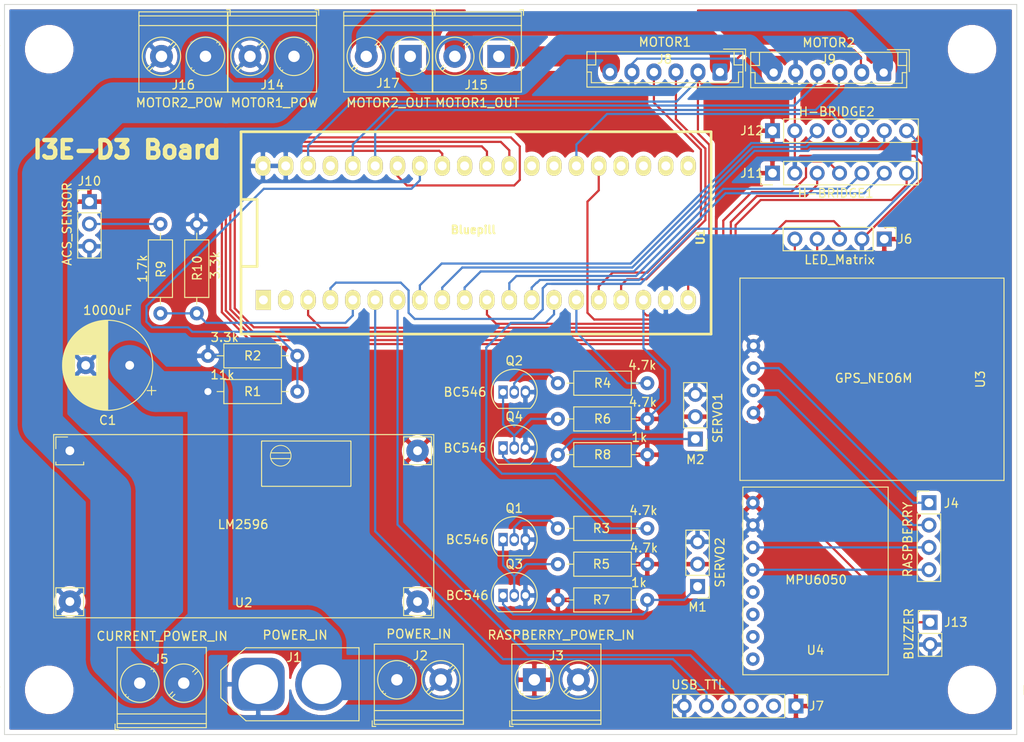
<source format=kicad_pcb>
(kicad_pcb (version 20171130) (host pcbnew 5.1.9-73d0e3b20d~88~ubuntu20.04.1)
  (layers (0 F.Cu signal hide) (31 B.Cu signal) (34 B.Paste user) (35 F.Paste user) (36 B.SilkS user) (37 F.SilkS user) (38 B.Mask user) (39 F.Mask user) (44 Edge.Cuts user))
  (net 0 "")
  (net 1 +12V)
  (net 2 GND)
  (net 3 +5V)
  (net 4 /TX_GPS)
  (net 5 /RX_GPS)
  (net 6 /SCL)
  (net 7 /SDA)
  (net 8 /DOUT_LED)
  (net 9 /CS_LED)
  (net 10 /CLK_LED)
  (net 11 /RX_SERIAL)
  (net 12 /TX_SERIAL)
  (net 13 /MOTOR1_M2)
  (net 14 +3V3)
  (net 15 /ENCODER1_B)
  (net 16 /ENCODER1_A)
  (net 17 /MOTOR1_M1)
  (net 18 /MOTOR2_M1)
  (net 19 /ENCODER2_A)
  (net 20 /ENCODER2_B)
  (net 21 /MOTOR2_M2)
  (net 22 /MOTOR1_PWM)
  (net 23 /MOTOR1_INB)
  (net 24 /MOTOR1_INA)
  (net 25 /MOTOR1_CS)
  (net 26 /MOTOR1_EN)
  (net 27 /MOTOR2_EN)
  (net 28 /MOTOR2_CS)
  (net 29 /MOTOR2_INA)
  (net 30 /MOTOR2_INB)
  (net 31 /MOTOR2_PWM)
  (net 32 /BUZZER)
  (net 33 "Net-(M1-Pad1)")
  (net 34 "Net-(M2-Pad1)")
  (net 35 "Net-(Q1-Pad1)")
  (net 36 "Net-(Q1-Pad2)")
  (net 37 "Net-(Q2-Pad2)")
  (net 38 "Net-(Q2-Pad1)")
  (net 39 /AVS)
  (net 40 /SERVO1)
  (net 41 /SERVO2)
  (net 42 /ACS)
  (net 43 "Net-(J10-Pad2)")
  (net 44 "Net-(C1-Pad1)")
  (net 45 "Net-(J7-Pad3)")
  (net 46 "Net-(J7-Pad2)")
  (net 47 "Net-(U1-Pad37)")
  (net 48 "Net-(U1-Pad31)")
  (net 49 "Net-(U1-Pad28)")
  (net 50 "Net-(U1-Pad27)")
  (net 51 "Net-(U1-Pad24)")
  (net 52 "Net-(U1-Pad23)")
  (net 53 "Net-(U1-Pad22)")
  (net 54 "Net-(U1-Pad21)")
  (net 55 "Net-(U1-Pad2)")
  (net 56 "Net-(U1-Pad1)")
  (net 57 "Net-(U4-Pad8)")
  (net 58 "Net-(U4-Pad7)")
  (net 59 "Net-(U4-Pad6)")
  (net 60 "Net-(U4-Pad5)")
  (module MountingHole:MountingHole_4.5mm_Pad (layer F.Cu) (at 109.92 5.08)
    (fp_text reference REF** (at 8.604 0) (layer F.SilkS))
    (fp_text value MountingHole_4.5mm_Pad)
    (pad "" np_thru_hole circle (at 0 0) (size 4.5 4.5) (drill 4.5) (layers *.Cu *.Mask))
  )
  (module MountingHole:MountingHole_4.5mm_Pad (layer F.Cu) (at 109.92 77.92)
    (fp_text reference REF** (at 7.842 0.076) (layer F.SilkS))
    (fp_text value MountingHole_4.5mm_Pad)
    (pad "" np_thru_hole circle (at 0 0) (size 4.5 4.5) (drill 4.5) (layers *.Cu *.Mask))
  )
  (module MountingHole:MountingHole_4.5mm_Pad (layer F.Cu) (at 5.08 77.92)
    (fp_text reference REF** (at -7.62 0.076) (layer F.SilkS))
    (fp_text value MountingHole_4.5mm_Pad)
    (pad "" np_thru_hole circle (at 0 0) (size 4.5 4.5) (drill 4.5) (layers *.Cu *.Mask))
  )
  (module MountingHole:MountingHole_4.5mm_Pad (layer F.Cu) (at 5.08 5.08)
    (fp_text reference REF** (at -7.62 0) (layer F.SilkS))
    (fp_text value MountingHole_4.5mm_Pad)
    (pad "" np_thru_hole circle (at 0 0) (size 4.5 4.5) (drill 4.5) (layers *.Cu *.Mask))
  )
  (module TerminalBlock_Phoenix:TerminalBlock_Phoenix_PT-1,5-2-5.0-H_1x02_P5.00mm_Horizontal (layer F.Cu) (at 15.367 77.1525)
    (fp_text reference J5 (at 2.413 -2.7305) (layer F.SilkS))
    (fp_text value CURRENT_POWER_IN (at 2.54 -5.334) (layer F.SilkS))
    (pad 2 thru_hole circle (at 5 0) (size 2.6 2.6) (drill 1.3) (layers *.Cu *.Mask) (net 44 "Net-(C1-Pad1)"))
    (pad 1 thru_hole rect (at 0 0) (size 2.6 2.6) (drill 1.3) (layers *.Cu *.Mask) (net 1 +12V))
  )
  (module D3_Board:MPU6050_module (layer F.Cu) (at 92.1385 65.532)
    (fp_text reference U4 (at 0 7.874) (layer F.SilkS))
    (fp_text value MPU6050 (at 0.0635 -0.127) (layer F.SilkS))
    (pad 8 thru_hole circle (at -7.112 8.89) (size 1.524 1.524) (drill 0.762) (layers *.Cu *.Mask) (net 57 "Net-(U4-Pad8)"))
    (pad 7 thru_hole circle (at -7.112 6.35) (size 1.524 1.524) (drill 0.762) (layers *.Cu *.Mask) (net 58 "Net-(U4-Pad7)"))
    (pad 6 thru_hole circle (at -7.112 3.81) (size 1.524 1.524) (drill 0.762) (layers *.Cu *.Mask) (net 59 "Net-(U4-Pad6)"))
    (pad 5 thru_hole circle (at -7.112 1.27) (size 1.524 1.524) (drill 0.762) (layers *.Cu *.Mask) (net 60 "Net-(U4-Pad5)"))
    (pad 4 thru_hole circle (at -7.112 -1.27) (size 1.524 1.524) (drill 0.762) (layers *.Cu *.Mask) (net 7 /SDA))
    (pad 3 thru_hole circle (at -7.112 -3.81) (size 1.524 1.524) (drill 0.762) (layers *.Cu *.Mask) (net 6 /SCL))
    (pad 2 thru_hole circle (at -7.112 -6.35) (size 1.524 1.524) (drill 0.762) (layers *.Cu *.Mask) (net 2 GND))
    (pad 1 thru_hole circle (at -7.112 -8.89) (size 1.524 1.524) (drill 0.762) (layers *.Cu *.Mask) (net 3 +5V))
  )
  (module D3_Board:GPS_NEO6M_module (layer F.Cu) (at 98.552 42.6085 90)
    (fp_text reference U3 (at 0 12.319 90) (layer F.SilkS))
    (fp_text value GPS_NEO6M (at 0.127 0.1905 180) (layer F.SilkS))
    (pad 2 thru_hole circle (at -1.27 -13.462 90) (size 1.524 1.524) (drill 0.762) (layers *.Cu *.Mask) (net 5 /RX_GPS))
    (pad 3 thru_hole circle (at 1.27 -13.462 90) (size 1.524 1.524) (drill 0.762) (layers *.Cu *.Mask) (net 4 /TX_GPS))
    (pad 4 thru_hole circle (at 3.81 -13.462 90) (size 1.524 1.524) (drill 0.762) (layers *.Cu *.Mask) (net 2 GND))
    (pad 1 thru_hole circle (at -3.81 -13.462 90) (size 1.524 1.524) (drill 0.762) (layers *.Cu *.Mask) (net 3 +5V))
  )
  (module D3_Board:LM2596_module (layer F.Cu) (at 27.178 59.309)
    (fp_text reference U2 (at 0 8.6995) (layer F.SilkS))
    (fp_text value LM2596 (at -0.0635 -0.1905) (layer F.SilkS))
    (pad 4 thru_hole circle (at 19.7485 -8.5725) (size 2.54 2.54) (drill 1) (layers *.Cu *.Mask) (net 3 +5V))
    (pad 2 thru_hole circle (at -19.7485 8.5725) (size 2.54 2.54) (drill 1) (layers *.Cu *.Mask) (net 2 GND))
    (pad 3 thru_hole circle (at 19.7485 8.5725) (size 2.54 2.54) (drill 1) (layers *.Cu *.Mask) (net 2 GND))
    (pad 1 thru_hole rect (at -19.7485 -8.5725) (size 2.54 2.54) (drill 1) (layers *.Cu *.Mask) (net 1 +12V))
  )
  (module BLUEPILL:BluePill_STM32F103C (layer F.Cu) (at 29.464 33.5915 90)
    (fp_text reference U1 (at 7.1628 49.6062 270) (layer F.SilkS) (effects (font (size 0.889 0.889) (thickness 0.3048))))
    (fp_text value Bluepill (at 7.9756 23.7998) (layer F.SilkS) (effects (font (size 0.889 0.889) (thickness 0.22225))))
    (pad 40 thru_hole oval (at 15.24 -0.1016 180) (size 1.7272 2.25) (drill 1.016) (layers *.Cu *.Mask F.SilkS) (net 2 GND))
    (pad 39 thru_hole oval (at 15.24 2.4892 180) (size 1.7272 2.25) (drill 1.016) (layers *.Cu *.Mask F.SilkS) (net 2 GND))
    (pad 38 thru_hole oval (at 15.24 5.0292 180) (size 1.7272 2.25) (drill 1.016) (layers *.Cu *.Mask F.SilkS) (net 14 +3V3))
    (pad 37 thru_hole oval (at 15.24 7.5692 180) (size 1.7272 2.25) (drill 1.016) (layers *.Cu *.Mask F.SilkS) (net 47 "Net-(U1-Pad37)"))
    (pad 36 thru_hole oval (at 15.24 10.1092 180) (size 1.7272 2.25) (drill 1.016) (layers *.Cu *.Mask F.SilkS) (net 19 /ENCODER2_A))
    (pad 35 thru_hole oval (at 15.24 12.6492 180) (size 1.7272 2.25) (drill 1.016) (layers *.Cu *.Mask F.SilkS) (net 20 /ENCODER2_B))
    (pad 34 thru_hole oval (at 15.24 15.1892 180) (size 1.7272 2.25) (drill 1.016) (layers *.Cu *.Mask F.SilkS) (net 32 /BUZZER))
    (pad 33 thru_hole oval (at 15.24 17.7292 180) (size 1.7272 2.25) (drill 1.016) (layers *.Cu *.Mask F.SilkS) (net 39 /AVS))
    (pad 32 thru_hole oval (at 15.24 20.2692 180) (size 1.7272 2.25) (drill 1.016) (layers *.Cu *.Mask F.SilkS) (net 8 /DOUT_LED))
    (pad 31 thru_hole oval (at 15.24 22.8092 180) (size 1.7272 2.25) (drill 1.016) (layers *.Cu *.Mask F.SilkS) (net 48 "Net-(U1-Pad31)"))
    (pad 30 thru_hole oval (at 15.24 25.3492 180) (size 1.7272 2.25) (drill 1.016) (layers *.Cu *.Mask F.SilkS) (net 10 /CLK_LED))
    (pad 29 thru_hole oval (at 15.24 27.8892 180) (size 1.7272 2.25) (drill 1.016) (layers *.Cu *.Mask F.SilkS) (net 9 /CS_LED))
    (pad 28 thru_hole oval (at 15.24 30.4292 180) (size 1.7272 2.25) (drill 1.016) (layers *.Cu *.Mask F.SilkS) (net 49 "Net-(U1-Pad28)"))
    (pad 27 thru_hole oval (at 15.24 32.9692 180) (size 1.7272 2.25) (drill 1.016) (layers *.Cu *.Mask F.SilkS) (net 50 "Net-(U1-Pad27)"))
    (pad 26 thru_hole oval (at 15.24 35.5092 180) (size 1.7272 2.25) (drill 1.016) (layers *.Cu *.Mask F.SilkS) (net 28 /MOTOR2_CS))
    (pad 25 thru_hole oval (at 15.24 38.0492 180) (size 1.7272 2.25) (drill 1.016) (layers *.Cu *.Mask F.SilkS) (net 25 /MOTOR1_CS))
    (pad 24 thru_hole oval (at 15.24 40.5892 180) (size 1.7272 2.25) (drill 1.016) (layers *.Cu *.Mask F.SilkS) (net 51 "Net-(U1-Pad24)"))
    (pad 23 thru_hole oval (at 15.24 43.1292 180) (size 1.7272 2.25) (drill 1.016) (layers *.Cu *.Mask F.SilkS) (net 52 "Net-(U1-Pad23)"))
    (pad 22 thru_hole oval (at 15.24 45.6692 180) (size 1.7272 2.25) (drill 1.016) (layers *.Cu *.Mask F.SilkS) (net 53 "Net-(U1-Pad22)"))
    (pad 21 thru_hole oval (at 15.24 48.2092 180) (size 1.7272 2.25) (drill 1.016) (layers *.Cu *.Mask F.SilkS) (net 54 "Net-(U1-Pad21)"))
    (pad 20 thru_hole oval (at 0 48.2092) (size 1.7272 2.25) (drill 1.016) (layers *.Cu *.Mask F.SilkS) (net 14 +3V3))
    (pad 19 thru_hole oval (at 0 45.6692) (size 1.7272 2.25) (drill 1.016) (layers *.Cu *.Mask F.SilkS) (net 2 GND))
    (pad 18 thru_hole oval (at 0 43.1292) (size 1.7272 2.25) (drill 1.016) (layers *.Cu *.Mask F.SilkS) (net 3 +5V))
    (pad 17 thru_hole oval (at 0 40.5892) (size 1.7272 2.25) (drill 1.016) (layers *.Cu *.Mask F.SilkS) (net 15 /ENCODER1_B))
    (pad 16 thru_hole oval (at 0 38.0492) (size 1.7272 2.25) (drill 1.016) (layers *.Cu *.Mask F.SilkS) (net 16 /ENCODER1_A))
    (pad 15 thru_hole oval (at 0 35.5092) (size 1.7272 2.25) (drill 1.016) (layers *.Cu *.Mask F.SilkS) (net 41 /SERVO2))
    (pad 14 thru_hole oval (at 0 32.9692) (size 1.7272 2.25) (drill 1.016) (layers *.Cu *.Mask F.SilkS) (net 40 /SERVO1))
    (pad 13 thru_hole oval (at 0 30.4292) (size 1.7272 2.25) (drill 1.016) (layers *.Cu *.Mask F.SilkS) (net 23 /MOTOR1_INB))
    (pad 12 thru_hole oval (at 0 27.8892) (size 1.7272 2.25) (drill 1.016) (layers *.Cu *.Mask F.SilkS) (net 24 /MOTOR1_INA))
    (pad 11 thru_hole oval (at 0 25.3492) (size 1.7272 2.25) (drill 1.016) (layers *.Cu *.Mask F.SilkS) (net 26 /MOTOR1_EN))
    (pad 10 thru_hole oval (at 0 22.8092) (size 1.7272 2.25) (drill 1.016) (layers *.Cu *.Mask F.SilkS) (net 30 /MOTOR2_INB))
    (pad 9 thru_hole oval (at 0 20.2692) (size 1.7272 2.25) (drill 1.016) (layers *.Cu *.Mask F.SilkS) (net 29 /MOTOR2_INA))
    (pad 8 thru_hole oval (at 0 17.7292) (size 1.7272 2.25) (drill 1.016) (layers *.Cu *.Mask F.SilkS) (net 27 /MOTOR2_EN))
    (pad 7 thru_hole oval (at 0 15.1892) (size 1.7272 2.25) (drill 1.016) (layers *.Cu *.Mask F.SilkS) (net 12 /TX_SERIAL))
    (pad 6 thru_hole oval (at 0 12.6492) (size 1.7272 2.25) (drill 1.016) (layers *.Cu *.Mask F.SilkS) (net 11 /RX_SERIAL))
    (pad 5 thru_hole oval (at 0 10.1092) (size 1.7272 2.25) (drill 1.016) (layers *.Cu *.Mask F.SilkS) (net 42 /ACS))
    (pad 4 thru_hole oval (at 0 7.5692) (size 1.7272 2.25) (drill 1.016) (layers *.Cu *.Mask F.SilkS) (net 31 /MOTOR2_PWM))
    (pad 3 thru_hole oval (at 0 5.0292) (size 1.7272 2.25) (drill 1.016) (layers *.Cu *.Mask F.SilkS) (net 22 /MOTOR1_PWM))
    (pad 2 thru_hole oval (at 0 2.4892) (size 1.7272 2.25) (drill 1.016) (layers *.Cu *.Mask F.SilkS) (net 55 "Net-(U1-Pad2)"))
    (pad 1 thru_hole rect (at 0 -0.0508) (size 1.7272 2.25) (drill 1.016) (layers *.Cu *.Mask F.SilkS) (net 56 "Net-(U1-Pad1)"))
  )
  (module Resistor_THT:R_Axial_DIN0207_L6.3mm_D2.5mm_P10.16mm_Horizontal (layer F.Cu) (at 21.844 35.1155 90)
    (fp_text reference R10 (at 5.1435 0.0635 90) (layer F.SilkS))
    (fp_text value 3.3k (at 5.461 2.0955 90) (layer F.SilkS))
    (pad 2 thru_hole oval (at 10.16 0 90) (size 1.6 1.6) (drill 0.8) (layers *.Cu *.Mask) (net 2 GND))
    (pad 1 thru_hole circle (at 0 0 90) (size 1.6 1.6) (drill 0.8) (layers *.Cu *.Mask) (net 42 /ACS))
  )
  (module Resistor_THT:R_Axial_DIN0207_L6.3mm_D2.5mm_P10.16mm_Horizontal (layer F.Cu) (at 17.7165 24.9555 270)
    (fp_text reference R9 (at 5.1435 -0.0635 90) (layer F.SilkS))
    (fp_text value 1.7k (at 5.08 2.032 90) (layer F.SilkS))
    (pad 2 thru_hole oval (at 10.16 0 270) (size 1.6 1.6) (drill 0.8) (layers *.Cu *.Mask) (net 42 /ACS))
    (pad 1 thru_hole circle (at 0 0 270) (size 1.6 1.6) (drill 0.8) (layers *.Cu *.Mask) (net 43 "Net-(J10-Pad2)"))
  )
  (module Resistor_THT:R_Axial_DIN0207_L6.3mm_D2.5mm_P10.16mm_Horizontal (layer F.Cu) (at 62.865 51.181)
    (fp_text reference R8 (at 5.08 0) (layer F.SilkS))
    (fp_text value 1k (at 9.271 -1.9685) (layer F.SilkS))
    (pad 2 thru_hole oval (at 10.16 0) (size 1.6 1.6) (drill 0.8) (layers *.Cu *.Mask) (net 3 +5V))
    (pad 1 thru_hole circle (at 0 0) (size 1.6 1.6) (drill 0.8) (layers *.Cu *.Mask) (net 34 "Net-(M2-Pad1)"))
  )
  (module Resistor_THT:R_Axial_DIN0207_L6.3mm_D2.5mm_P10.16mm_Horizontal (layer F.Cu) (at 73.025 67.691 180)
    (fp_text reference R7 (at 5.207 0) (layer F.SilkS))
    (fp_text value 1k (at 0.9525 1.9685) (layer F.SilkS))
    (pad 2 thru_hole oval (at 10.16 0 180) (size 1.6 1.6) (drill 0.8) (layers *.Cu *.Mask) (net 3 +5V))
    (pad 1 thru_hole circle (at 0 0 180) (size 1.6 1.6) (drill 0.8) (layers *.Cu *.Mask) (net 33 "Net-(M1-Pad1)"))
  )
  (module Resistor_THT:R_Axial_DIN0207_L6.3mm_D2.5mm_P10.16mm_Horizontal (layer F.Cu) (at 62.865 47.117)
    (fp_text reference R6 (at 5.08 0) (layer F.SilkS))
    (fp_text value 4.7k (at 9.652 -1.905) (layer F.SilkS))
    (pad 2 thru_hole oval (at 10.16 0) (size 1.6 1.6) (drill 0.8) (layers *.Cu *.Mask) (net 3 +5V))
    (pad 1 thru_hole circle (at 0 0) (size 1.6 1.6) (drill 0.8) (layers *.Cu *.Mask) (net 38 "Net-(Q2-Pad1)"))
  )
  (module Resistor_THT:R_Axial_DIN0207_L6.3mm_D2.5mm_P10.16mm_Horizontal (layer F.Cu) (at 62.865 63.627)
    (fp_text reference R5 (at 4.953 0) (layer F.SilkS))
    (fp_text value 4.7k (at 9.779 -1.8415) (layer F.SilkS))
    (pad 2 thru_hole oval (at 10.16 0) (size 1.6 1.6) (drill 0.8) (layers *.Cu *.Mask) (net 3 +5V))
    (pad 1 thru_hole circle (at 0 0) (size 1.6 1.6) (drill 0.8) (layers *.Cu *.Mask) (net 35 "Net-(Q1-Pad1)"))
  )
  (module Resistor_THT:R_Axial_DIN0207_L6.3mm_D2.5mm_P10.16mm_Horizontal (layer F.Cu) (at 62.865 43.053)
    (fp_text reference R4 (at 5.08 0) (layer F.SilkS))
    (fp_text value 4.7k (at 9.5885 -2.032) (layer F.SilkS))
    (pad 2 thru_hole oval (at 10.16 0) (size 1.6 1.6) (drill 0.8) (layers *.Cu *.Mask) (net 41 /SERVO2))
    (pad 1 thru_hole circle (at 0 0) (size 1.6 1.6) (drill 0.8) (layers *.Cu *.Mask) (net 37 "Net-(Q2-Pad2)"))
  )
  (module Resistor_THT:R_Axial_DIN0207_L6.3mm_D2.5mm_P10.16mm_Horizontal (layer F.Cu) (at 62.865 59.563)
    (fp_text reference R3 (at 4.953 0) (layer F.SilkS))
    (fp_text value 4.7k (at 9.7155 -2.032) (layer F.SilkS))
    (pad 2 thru_hole oval (at 10.16 0) (size 1.6 1.6) (drill 0.8) (layers *.Cu *.Mask) (net 40 /SERVO1))
    (pad 1 thru_hole circle (at 0 0) (size 1.6 1.6) (drill 0.8) (layers *.Cu *.Mask) (net 36 "Net-(Q1-Pad2)"))
  )
  (module Resistor_THT:R_Axial_DIN0207_L6.3mm_D2.5mm_P10.16mm_Horizontal (layer F.Cu) (at 33.274 39.9415 180)
    (fp_text reference R2 (at 5.08 0) (layer F.SilkS))
    (fp_text value 3.3k (at 8.255 2.0955) (layer F.SilkS))
    (pad 2 thru_hole oval (at 10.16 0 180) (size 1.6 1.6) (drill 0.8) (layers *.Cu *.Mask) (net 2 GND))
    (pad 1 thru_hole circle (at 0 0 180) (size 1.6 1.6) (drill 0.8) (layers *.Cu *.Mask) (net 39 /AVS))
  )
  (module Resistor_THT:R_Axial_DIN0207_L6.3mm_D2.5mm_P10.16mm_Horizontal (layer F.Cu) (at 23.114 44.0055)
    (fp_text reference R1 (at 5.08 0) (layer F.SilkS))
    (fp_text value 11k (at 1.651 -1.905) (layer F.SilkS))
    (pad 2 thru_hole oval (at 10.16 0) (size 1.6 1.6) (drill 0.8) (layers *.Cu *.Mask) (net 39 /AVS))
    (pad 1 thru_hole circle (at 0 0) (size 1.6 1.6) (drill 0.8) (layers *.Cu *.Mask) (net 44 "Net-(C1-Pad1)"))
  )
  (module Package_TO_SOT_THT:TO-92_Inline (layer F.Cu) (at 56.642 50.419)
    (fp_text reference Q4 (at 1.27 -3.56) (layer F.SilkS))
    (fp_text value BC546 (at -4.318 0) (layer F.SilkS))
    (pad 1 thru_hole rect (at 0 0) (size 1.05 1.5) (drill 0.75) (layers *.Cu *.Mask) (net 34 "Net-(M2-Pad1)"))
    (pad 3 thru_hole oval (at 2.54 0) (size 1.05 1.5) (drill 0.75) (layers *.Cu *.Mask) (net 2 GND))
    (pad 2 thru_hole oval (at 1.27 0) (size 1.05 1.5) (drill 0.75) (layers *.Cu *.Mask) (net 38 "Net-(Q2-Pad1)"))
  )
  (module Package_TO_SOT_THT:TO-92_Inline (layer F.Cu) (at 56.642 67.183)
    (fp_text reference Q3 (at 1.27 -3.56) (layer F.SilkS))
    (fp_text value BC546 (at -4.064 0) (layer F.SilkS))
    (pad 1 thru_hole rect (at 0 0) (size 1.05 1.5) (drill 0.75) (layers *.Cu *.Mask) (net 33 "Net-(M1-Pad1)"))
    (pad 3 thru_hole oval (at 2.54 0) (size 1.05 1.5) (drill 0.75) (layers *.Cu *.Mask) (net 2 GND))
    (pad 2 thru_hole oval (at 1.27 0) (size 1.05 1.5) (drill 0.75) (layers *.Cu *.Mask) (net 35 "Net-(Q1-Pad1)"))
  )
  (module Package_TO_SOT_THT:TO-92_Inline (layer F.Cu) (at 56.642 44.069)
    (fp_text reference Q2 (at 1.27 -3.56) (layer F.SilkS))
    (fp_text value BC546 (at -4.318 0) (layer F.SilkS))
    (pad 1 thru_hole rect (at 0 0) (size 1.05 1.5) (drill 0.75) (layers *.Cu *.Mask) (net 38 "Net-(Q2-Pad1)"))
    (pad 3 thru_hole oval (at 2.54 0) (size 1.05 1.5) (drill 0.75) (layers *.Cu *.Mask) (net 2 GND))
    (pad 2 thru_hole oval (at 1.27 0) (size 1.05 1.5) (drill 0.75) (layers *.Cu *.Mask) (net 37 "Net-(Q2-Pad2)"))
  )
  (module Package_TO_SOT_THT:TO-92_Inline (layer F.Cu) (at 56.642 60.833)
    (fp_text reference Q1 (at 1.27 -3.56) (layer F.SilkS))
    (fp_text value BC546 (at -4.064 0) (layer F.SilkS))
    (pad 1 thru_hole rect (at 0 0) (size 1.05 1.5) (drill 0.75) (layers *.Cu *.Mask) (net 35 "Net-(Q1-Pad1)"))
    (pad 3 thru_hole oval (at 2.54 0) (size 1.05 1.5) (drill 0.75) (layers *.Cu *.Mask) (net 2 GND))
    (pad 2 thru_hole oval (at 1.27 0) (size 1.05 1.5) (drill 0.75) (layers *.Cu *.Mask) (net 36 "Net-(Q1-Pad2)"))
  )
  (module Connector_PinHeader_2.54mm:PinHeader_1x03_P2.54mm_Vertical (layer F.Cu) (at 78.486 49.403 180)
    (fp_text reference M2 (at 0 -2.33) (layer F.SilkS))
    (fp_text value SERVO1 (at -2.54 2.413 270) (layer F.SilkS))
    (pad 3 thru_hole oval (at 0 5.08 180) (size 1.7 1.7) (drill 1) (layers *.Cu *.Mask) (net 2 GND))
    (pad 2 thru_hole oval (at 0 2.54 180) (size 1.7 1.7) (drill 1) (layers *.Cu *.Mask) (net 3 +5V))
    (pad 1 thru_hole rect (at 0 0 180) (size 1.7 1.7) (drill 1) (layers *.Cu *.Mask) (net 34 "Net-(M2-Pad1)"))
  )
  (module Connector_PinHeader_2.54mm:PinHeader_1x03_P2.54mm_Vertical (layer F.Cu) (at 78.74 66.167 180)
    (fp_text reference M1 (at 0 -2.33) (layer F.SilkS))
    (fp_text value SERVO2 (at -2.54 2.7305 90) (layer F.SilkS))
    (pad 3 thru_hole oval (at 0 5.08 180) (size 1.7 1.7) (drill 1) (layers *.Cu *.Mask) (net 2 GND))
    (pad 2 thru_hole oval (at 0 2.54 180) (size 1.7 1.7) (drill 1) (layers *.Cu *.Mask) (net 3 +5V))
    (pad 1 thru_hole rect (at 0 0 180) (size 1.7 1.7) (drill 1) (layers *.Cu *.Mask) (net 33 "Net-(M1-Pad1)"))
  )
  (module TerminalBlock_Phoenix:TerminalBlock_Phoenix_PT-1,5-2-5.0-H_1x02_P5.00mm_Horizontal (layer F.Cu) (at 46.101 5.9 180)
    (fp_text reference J17 (at 2.54 -3.0535) (layer F.SilkS))
    (fp_text value MOTOR2_OUT (at 2.4765 -5.276) (layer F.SilkS))
    (pad 2 thru_hole circle (at 5 0 180) (size 2.6 2.6) (drill 1.3) (layers *.Cu *.Mask) (net 21 /MOTOR2_M2))
    (pad 1 thru_hole rect (at 0 0 180) (size 2.6 2.6) (drill 1.3) (layers *.Cu *.Mask) (net 18 /MOTOR2_M1))
  )
  (module TerminalBlock_Phoenix:TerminalBlock_Phoenix_PT-1,5-2-5.0-H_1x02_P5.00mm_Horizontal (layer F.Cu) (at 22.8346 5.9 180)
    (fp_text reference J16 (at 2.5146 -3.244) (layer F.SilkS))
    (fp_text value MOTOR2_POW (at 2.9591 -5.276) (layer F.SilkS))
    (pad 2 thru_hole circle (at 5 0 180) (size 2.6 2.6) (drill 1.3) (layers *.Cu *.Mask) (net 2 GND))
    (pad 1 thru_hole rect (at 0 0 180) (size 2.6 2.6) (drill 1.3) (layers *.Cu *.Mask) (net 1 +12V))
  )
  (module TerminalBlock_Phoenix:TerminalBlock_Phoenix_PT-1,5-2-5.0-H_1x02_P5.00mm_Horizontal (layer F.Cu) (at 56.1594 5.9 180)
    (fp_text reference J15 (at 2.5654 -3.244) (layer F.SilkS))
    (fp_text value MOTOR1_OUT (at 2.4384 -5.276) (layer F.SilkS))
    (pad 2 thru_hole circle (at 5 0 180) (size 2.6 2.6) (drill 1.3) (layers *.Cu *.Mask) (net 13 /MOTOR1_M2))
    (pad 1 thru_hole rect (at 0 0 180) (size 2.6 2.6) (drill 1.3) (layers *.Cu *.Mask) (net 17 /MOTOR1_M1))
  )
  (module TerminalBlock_Phoenix:TerminalBlock_Phoenix_PT-1,5-2-5.0-H_1x02_P5.00mm_Horizontal (layer F.Cu) (at 32.893 5.9 180)
    (fp_text reference J14 (at 2.4765 -3.244) (layer F.SilkS))
    (fp_text value MOTOR1_POW (at 2.2225 -5.276) (layer F.SilkS))
    (pad 2 thru_hole circle (at 5 0 180) (size 2.6 2.6) (drill 1.3) (layers *.Cu *.Mask) (net 2 GND))
    (pad 1 thru_hole rect (at 0 0 180) (size 2.6 2.6) (drill 1.3) (layers *.Cu *.Mask) (net 1 +12V))
  )
  (module Connector_PinHeader_2.54mm:PinHeader_1x02_P2.54mm_Vertical (layer F.Cu) (at 105.156 70.231)
    (fp_text reference J13 (at 2.921 0) (layer F.SilkS))
    (fp_text value BUZZER (at -2.413 1.3335 90) (layer F.SilkS))
    (pad 1 thru_hole rect (at 0 0) (size 1.7 1.7) (drill 1) (layers *.Cu *.Mask) (net 32 /BUZZER))
    (pad 2 thru_hole oval (at 0 2.54) (size 1.7 1.7) (drill 1) (layers *.Cu *.Mask) (net 2 GND))
  )
  (module Connector_PinHeader_2.54mm:PinHeader_1x07_P2.54mm_Vertical (layer F.Cu) (at 87.249 14.351 90)
    (fp_text reference J12 (at 0 -2.33 180) (layer F.SilkS))
    (fp_text value H-BRIDGE2 (at 2.159 7.3025 180) (layer F.SilkS))
    (pad 1 thru_hole rect (at 0 0 90) (size 1.7 1.7) (drill 1) (layers *.Cu *.Mask) (net 3 +5V))
    (pad 2 thru_hole oval (at 0 2.54 90) (size 1.7 1.7) (drill 1) (layers *.Cu *.Mask) (net 2 GND))
    (pad 3 thru_hole oval (at 0 5.08 90) (size 1.7 1.7) (drill 1) (layers *.Cu *.Mask) (net 27 /MOTOR2_EN))
    (pad 4 thru_hole oval (at 0 7.62 90) (size 1.7 1.7) (drill 1) (layers *.Cu *.Mask) (net 28 /MOTOR2_CS))
    (pad 5 thru_hole oval (at 0 10.16 90) (size 1.7 1.7) (drill 1) (layers *.Cu *.Mask) (net 29 /MOTOR2_INA))
    (pad 6 thru_hole oval (at 0 12.7 90) (size 1.7 1.7) (drill 1) (layers *.Cu *.Mask) (net 30 /MOTOR2_INB))
    (pad 7 thru_hole oval (at 0 15.24 90) (size 1.7 1.7) (drill 1) (layers *.Cu *.Mask) (net 31 /MOTOR2_PWM))
  )
  (module Connector_PinHeader_2.54mm:PinHeader_1x07_P2.54mm_Vertical (layer F.Cu) (at 87.249 19.177 90)
    (fp_text reference J11 (at 0 -2.33 180) (layer F.SilkS))
    (fp_text value H-BRIDGE1 (at -2.286 7.1755 180) (layer F.SilkS))
    (pad 7 thru_hole oval (at 0 15.24 90) (size 1.7 1.7) (drill 1) (layers *.Cu *.Mask) (net 22 /MOTOR1_PWM))
    (pad 6 thru_hole oval (at 0 12.7 90) (size 1.7 1.7) (drill 1) (layers *.Cu *.Mask) (net 23 /MOTOR1_INB))
    (pad 5 thru_hole oval (at 0 10.16 90) (size 1.7 1.7) (drill 1) (layers *.Cu *.Mask) (net 24 /MOTOR1_INA))
    (pad 4 thru_hole oval (at 0 7.62 90) (size 1.7 1.7) (drill 1) (layers *.Cu *.Mask) (net 25 /MOTOR1_CS))
    (pad 3 thru_hole oval (at 0 5.08 90) (size 1.7 1.7) (drill 1) (layers *.Cu *.Mask) (net 26 /MOTOR1_EN))
    (pad 2 thru_hole oval (at 0 2.54 90) (size 1.7 1.7) (drill 1) (layers *.Cu *.Mask) (net 2 GND))
    (pad 1 thru_hole rect (at 0 0 90) (size 1.7 1.7) (drill 1) (layers *.Cu *.Mask) (net 3 +5V))
  )
  (module Connector_PinHeader_2.54mm:PinHeader_1x03_P2.54mm_Vertical (layer F.Cu) (at 9.652 22.4155)
    (fp_text reference J10 (at 0 -2.33) (layer F.SilkS))
    (fp_text value ACS_SENSOR (at -2.54 2.54 90) (layer F.SilkS))
    (pad 3 thru_hole oval (at 0 5.08) (size 1.7 1.7) (drill 1) (layers *.Cu *.Mask) (net 2 GND))
    (pad 2 thru_hole oval (at 0 2.54) (size 1.7 1.7) (drill 1) (layers *.Cu *.Mask) (net 43 "Net-(J10-Pad2)"))
    (pad 1 thru_hole rect (at 0 0) (size 1.7 1.7) (drill 1) (layers *.Cu *.Mask) (net 3 +5V))
  )
  (module Connector_JST:JST_EH_B6B-EH-A_1x06_P2.50mm_Vertical (layer F.Cu) (at 99.8855 7.747 180)
    (fp_text reference J9 (at 6.2865 1.524) (layer F.SilkS))
    (fp_text value MOTOR2 (at 6.25 3.4) (layer F.SilkS))
    (pad 6 thru_hole oval (at 12.5 0 180) (size 1.7 1.95) (drill 0.95) (layers *.Cu *.Mask) (net 18 /MOTOR2_M1))
    (pad 5 thru_hole oval (at 10 0 180) (size 1.7 1.95) (drill 0.95) (layers *.Cu *.Mask) (net 2 GND))
    (pad 4 thru_hole oval (at 7.5 0 180) (size 1.7 1.95) (drill 0.95) (layers *.Cu *.Mask) (net 19 /ENCODER2_A))
    (pad 3 thru_hole oval (at 5 0 180) (size 1.7 1.95) (drill 0.95) (layers *.Cu *.Mask) (net 20 /ENCODER2_B))
    (pad 2 thru_hole oval (at 2.5 0 180) (size 1.7 1.95) (drill 0.95) (layers *.Cu *.Mask) (net 14 +3V3))
    (pad 1 thru_hole roundrect (at 0 0 180) (size 1.7 1.95) (drill 0.95) (layers *.Cu *.Mask) (roundrect_rratio 0.147059) (net 21 /MOTOR2_M2))
  )
  (module Connector_JST:JST_EH_B6B-EH-A_1x06_P2.50mm_Vertical (layer F.Cu) (at 81.28 7.6835 180)
    (fp_text reference J8 (at 6.2865 1.4605) (layer F.SilkS))
    (fp_text value MOTOR1 (at 6.25 3.4) (layer F.SilkS))
    (pad 6 thru_hole oval (at 12.5 0 180) (size 1.7 1.95) (drill 0.95) (layers *.Cu *.Mask) (net 17 /MOTOR1_M1))
    (pad 5 thru_hole oval (at 10 0 180) (size 1.7 1.95) (drill 0.95) (layers *.Cu *.Mask) (net 2 GND))
    (pad 4 thru_hole oval (at 7.5 0 180) (size 1.7 1.95) (drill 0.95) (layers *.Cu *.Mask) (net 16 /ENCODER1_A))
    (pad 3 thru_hole oval (at 5 0 180) (size 1.7 1.95) (drill 0.95) (layers *.Cu *.Mask) (net 15 /ENCODER1_B))
    (pad 2 thru_hole oval (at 2.5 0 180) (size 1.7 1.95) (drill 0.95) (layers *.Cu *.Mask) (net 14 +3V3))
    (pad 1 thru_hole roundrect (at 0 0 180) (size 1.7 1.95) (drill 0.95) (layers *.Cu *.Mask) (roundrect_rratio 0.147059) (net 13 /MOTOR1_M2))
  )
  (module Connector_PinHeader_2.54mm:PinHeader_1x06_P2.54mm_Vertical (layer F.Cu) (at 89.916 79.756 270)
    (fp_text reference J7 (at 0 -2.33 180) (layer F.SilkS))
    (fp_text value USB_TTL (at -2.413 11.1125 180) (layer F.SilkS))
    (pad 6 thru_hole oval (at 0 12.7 270) (size 1.7 1.7) (drill 1) (layers *.Cu *.Mask) (net 2 GND))
    (pad 5 thru_hole oval (at 0 10.16 270) (size 1.7 1.7) (drill 1) (layers *.Cu *.Mask) (net 11 /RX_SERIAL))
    (pad 4 thru_hole oval (at 0 7.62 270) (size 1.7 1.7) (drill 1) (layers *.Cu *.Mask) (net 12 /TX_SERIAL))
    (pad 3 thru_hole oval (at 0 5.08 270) (size 1.7 1.7) (drill 1) (layers *.Cu *.Mask) (net 45 "Net-(J7-Pad3)"))
    (pad 2 thru_hole oval (at 0 2.54 270) (size 1.7 1.7) (drill 1) (layers *.Cu *.Mask) (net 46 "Net-(J7-Pad2)"))
    (pad 1 thru_hole rect (at 0 0 270) (size 1.7 1.7) (drill 1) (layers *.Cu *.Mask) (net 3 +5V))
  )
  (module Connector_PinHeader_2.54mm:PinHeader_1x05_P2.54mm_Vertical (layer F.Cu) (at 99.949 26.67 270)
    (fp_text reference J6 (at 0 -2.33 180) (layer F.SilkS))
    (fp_text value LED_Matrix (at 2.3495 5.08 180) (layer F.SilkS))
    (pad 1 thru_hole rect (at 0 0 270) (size 1.7 1.7) (drill 1) (layers *.Cu *.Mask) (net 3 +5V))
    (pad 2 thru_hole oval (at 0 2.54 270) (size 1.7 1.7) (drill 1) (layers *.Cu *.Mask) (net 2 GND))
    (pad 3 thru_hole oval (at 0 5.08 270) (size 1.7 1.7) (drill 1) (layers *.Cu *.Mask) (net 8 /DOUT_LED))
    (pad 4 thru_hole oval (at 0 7.62 270) (size 1.7 1.7) (drill 1) (layers *.Cu *.Mask) (net 9 /CS_LED))
    (pad 5 thru_hole oval (at 0 10.16 270) (size 1.7 1.7) (drill 1) (layers *.Cu *.Mask) (net 10 /CLK_LED))
  )
  (module Connector_PinHeader_2.54mm:PinHeader_1x04_P2.54mm_Vertical (layer F.Cu) (at 105.029 56.642)
    (fp_text reference J4 (at 2.54 0.0635) (layer F.SilkS))
    (fp_text value RASPBERRY (at -2.413 4.191 90) (layer F.SilkS))
    (pad 1 thru_hole rect (at 0 0) (size 1.7 1.7) (drill 1) (layers *.Cu *.Mask) (net 4 /TX_GPS))
    (pad 2 thru_hole oval (at 0 2.54) (size 1.7 1.7) (drill 1) (layers *.Cu *.Mask) (net 5 /RX_GPS))
    (pad 3 thru_hole oval (at 0 5.08) (size 1.7 1.7) (drill 1) (layers *.Cu *.Mask) (net 6 /SCL))
    (pad 4 thru_hole oval (at 0 7.62) (size 1.7 1.7) (drill 1) (layers *.Cu *.Mask) (net 7 /SDA))
  )
  (module TerminalBlock_Phoenix:TerminalBlock_Phoenix_PT-1,5-2-5.0-H_1x02_P5.00mm_Horizontal (layer F.Cu) (at 60.198 76.7715)
    (fp_text reference J3 (at 2.5 -2.7305) (layer F.SilkS))
    (fp_text value RASPBERRY_POWER_IN (at 3.048 -5.08) (layer F.SilkS))
    (pad 2 thru_hole circle (at 5 0) (size 2.6 2.6) (drill 1.3) (layers *.Cu *.Mask) (net 2 GND))
    (pad 1 thru_hole rect (at 0 0) (size 2.6 2.6) (drill 1.3) (layers *.Cu *.Mask) (net 3 +5V))
  )
  (module TerminalBlock_Phoenix:TerminalBlock_Phoenix_PT-1,5-2-5.0-H_1x02_P5.00mm_Horizontal (layer F.Cu) (at 44.577 76.7715)
    (fp_text reference J2 (at 2.667 -2.7305) (layer F.SilkS))
    (fp_text value POWER_IN (at 2.5 -5.207) (layer F.SilkS))
    (pad 2 thru_hole circle (at 5 0) (size 2.6 2.6) (drill 1.3) (layers *.Cu *.Mask) (net 2 GND))
    (pad 1 thru_hole rect (at 0 0) (size 2.6 2.6) (drill 1.3) (layers *.Cu *.Mask) (net 44 "Net-(C1-Pad1)"))
  )
  (module Connector_AMASS:AMASS_XT60-M_1x02_P7.20mm_Vertical (layer F.Cu) (at 28.829 77.2795)
    (fp_text reference J1 (at 4.064 -3.048 180) (layer F.SilkS))
    (fp_text value POWER_IN (at 4.191 -5.588) (layer F.SilkS))
    (pad 1 thru_hole roundrect (at 0 0) (size 6 6) (drill 4.5) (layers *.Cu *.Mask) (net 2 GND))
    (pad 2 thru_hole circle (at 7.2 0) (size 6 6) (drill 4.5) (layers *.Cu *.Mask) (net 44 "Net-(C1-Pad1)"))
  )
  (module Capacitor_THT:CP_Radial_D10.0mm_P5.00mm (layer F.Cu) (at 14.224 41.021 180)
    (fp_text reference C1 (at 2.5 -6.25) (layer F.SilkS))
    (fp_text value 1000uF (at 2.5 6.25) (layer F.SilkS))
    (pad 2 thru_hole circle (at 5 0 180) (size 2 2) (drill 1) (layers *.Cu *.Mask) (net 2 GND))
    (pad 1 thru_hole rect (at 0 0 180) (size 2 2) (drill 1) (layers *.Cu *.Mask) (net 44 "Net-(C1-Pad1)"))
  )
  (gr_text "I3E-D3 Board" (at 13.9065 16.51) (layer F.SilkS) (effects (font (size 2 2) (thickness 0.5))))
  (gr_line (start 115 0) (end 115 83) (layer Edge.Cuts) (width 0.1))
  (gr_line (start 0 0) (end 115 0) (layer Edge.Cuts) (width 0.1))
  (gr_line (start 0 0) (end 0 83) (layer Edge.Cuts) (width 0.1))
  (gr_line (start 0 83) (end 115 83) (layer Edge.Cuts) (width 0.1))
  (segment (start 22.8346 5.9) (end 22.8346 8.8646) (width 4.63) (layer B.Cu) (net 1))
  (segment (start 22.8346 8.8646) (end 25.146 11.176) (width 4.63) (layer B.Cu) (net 1))
  (segment (start 25.146 11.176) (end 30.48 11.176) (width 4.63) (layer B.Cu) (net 1))
  (segment (start 32.893 8.763) (end 32.893 5.9) (width 4.63) (layer B.Cu) (net 1))
  (segment (start 30.48 11.176) (end 32.893 8.763) (width 4.63) (layer B.Cu) (net 1))
  (segment (start 12.065 55.372) (end 7.4295 50.7365) (width 4.63) (layer B.Cu) (net 1))
  (segment (start 12.065 74.422) (end 12.065 55.372) (width 4.63) (layer B.Cu) (net 1))
  (segment (start 14.7955 77.1525) (end 12.065 74.422) (width 4.63) (layer B.Cu) (net 1))
  (segment (start 15.367 77.1525) (end 14.7955 77.1525) (width 4.63) (layer B.Cu) (net 1))
  (segment (start 25.146 11.176) (end 12.446 11.176) (width 4.63) (layer B.Cu) (net 1))
  (segment (start 7.3025 50.7365) (end 4.318 47.752) (width 4.63) (layer B.Cu) (net 1))
  (segment (start 7.4295 50.7365) (end 7.3025 50.7365) (width 4.63) (layer B.Cu) (net 1))
  (segment (start 4.318 19.304) (end 12.446 11.176) (width 4.63) (layer B.Cu) (net 1))
  (segment (start 4.318 47.752) (end 4.318 19.304) (width 4.63) (layer B.Cu) (net 1))
  (segment (start 89.789 7.2466) (end 89.7966 7.239) (width 0.25) (layer F.Cu) (net 2))
  (segment (start 89.789 14.351) (end 89.789 7.2466) (width 0.25) (layer F.Cu) (net 2))
  (segment (start 97.409 26.67) (end 104.3305 19.7485) (width 0.25) (layer F.Cu) (net 2))
  (segment (start 104.3305 19.7485) (end 104.3305 18.161) (width 0.25) (layer F.Cu) (net 2))
  (segment (start 104.3305 18.161) (end 103.378 17.2085) (width 0.25) (layer F.Cu) (net 2))
  (segment (start 90.424 17.2085) (end 89.789 17.8435) (width 0.25) (layer F.Cu) (net 2))
  (segment (start 103.378 17.2085) (end 90.424 17.2085) (width 0.25) (layer F.Cu) (net 2))
  (segment (start 89.789 17.8435) (end 89.789 19.177) (width 0.25) (layer F.Cu) (net 2))
  (segment (start 89.789 14.351) (end 89.789 17.8435) (width 0.25) (layer F.Cu) (net 2))
  (segment (start 87.8916 9.144) (end 86.0425 9.144) (width 0.25) (layer B.Cu) (net 2))
  (segment (start 71.28 7.6835) (end 71.28 6.7615) (width 0.25) (layer B.Cu) (net 2))
  (segment (start 71.882 6.1595) (end 83.058 6.1595) (width 0.25) (layer B.Cu) (net 2))
  (segment (start 71.28 6.7615) (end 71.882 6.1595) (width 0.25) (layer B.Cu) (net 2))
  (segment (start 86.0425 9.144) (end 83.058 6.1595) (width 0.25) (layer B.Cu) (net 2))
  (segment (start 72.5932 33.5915) (end 72.5932 39.0652) (width 0.25) (layer B.Cu) (net 3))
  (segment (start 72.5932 39.0652) (end 75.057 41.529) (width 0.25) (layer B.Cu) (net 3))
  (segment (start 75.057 45.085) (end 73.025 47.117) (width 0.25) (layer B.Cu) (net 3))
  (segment (start 75.057 41.529) (end 75.057 45.085) (width 0.25) (layer B.Cu) (net 3))
  (segment (start 87.249 19.177) (end 85.7885 19.177) (width 0.25) (layer F.Cu) (net 3))
  (segment (start 87.249 19.177) (end 85.6615 19.177) (width 0.25) (layer F.Cu) (net 3))
  (segment (start 72.94497 35.35297) (end 72.5932 35.0012) (width 0.25) (layer F.Cu) (net 3))
  (segment (start 79.13753 35.35297) (end 72.94497 35.35297) (width 0.25) (layer F.Cu) (net 3))
  (segment (start 80.8355 33.655) (end 79.13753 35.35297) (width 0.25) (layer F.Cu) (net 3))
  (segment (start 80.8355 24.0665) (end 80.8355 33.655) (width 0.25) (layer F.Cu) (net 3))
  (segment (start 85.725 19.177) (end 80.8355 24.0665) (width 0.25) (layer F.Cu) (net 3))
  (segment (start 72.5932 35.0012) (end 72.5932 33.5915) (width 0.25) (layer F.Cu) (net 3))
  (segment (start 87.249 19.177) (end 85.725 19.177) (width 0.25) (layer F.Cu) (net 3))
  (segment (start 85.09 41.3385) (end 87.9475 41.3385) (width 0.25) (layer B.Cu) (net 4))
  (segment (start 103.251 56.642) (end 105.029 56.642) (width 0.25) (layer B.Cu) (net 4))
  (segment (start 87.9475 41.3385) (end 103.251 56.642) (width 0.25) (layer B.Cu) (net 4))
  (segment (start 85.09 43.8785) (end 87.9475 43.8785) (width 0.25) (layer B.Cu) (net 5))
  (segment (start 103.251 59.182) (end 105.029 59.182) (width 0.25) (layer B.Cu) (net 5))
  (segment (start 87.9475 43.8785) (end 103.251 59.182) (width 0.25) (layer B.Cu) (net 5))
  (segment (start 105.029 61.722) (end 85.0265 61.722) (width 0.25) (layer B.Cu) (net 6))
  (segment (start 85.0265 64.262) (end 105.029 64.262) (width 0.25) (layer B.Cu) (net 7))
  (segment (start 49.7332 16.9672) (end 49.7332 18.3515) (width 0.25) (layer F.Cu) (net 8))
  (segment (start 49.403 16.637) (end 49.7332 16.9672) (width 0.25) (layer F.Cu) (net 8))
  (segment (start 94.869 25.273) (end 94.234 24.638) (width 0.25) (layer F.Cu) (net 8))
  (segment (start 26.162 34.54118) (end 26.162 18.67041) (width 0.25) (layer F.Cu) (net 8))
  (segment (start 83.82 33.655) (end 80.26951 37.20549) (width 0.25) (layer F.Cu) (net 8))
  (segment (start 26.162 18.67041) (end 28.19541 16.637) (width 0.25) (layer F.Cu) (net 8))
  (segment (start 88.773 24.638) (end 83.82 29.591) (width 0.25) (layer F.Cu) (net 8))
  (segment (start 80.26951 37.20549) (end 35.74781 37.20549) (width 0.25) (layer F.Cu) (net 8))
  (segment (start 94.869 26.67) (end 94.869 25.273) (width 0.25) (layer F.Cu) (net 8))
  (segment (start 28.19541 16.637) (end 49.403 16.637) (width 0.25) (layer F.Cu) (net 8))
  (segment (start 35.74781 37.20549) (end 35.24532 36.703) (width 0.25) (layer F.Cu) (net 8))
  (segment (start 94.234 24.638) (end 88.773 24.638) (width 0.25) (layer F.Cu) (net 8))
  (segment (start 35.24532 36.703) (end 28.32382 36.703) (width 0.25) (layer F.Cu) (net 8))
  (segment (start 83.82 29.591) (end 83.82 33.655) (width 0.25) (layer F.Cu) (net 8))
  (segment (start 28.32382 36.703) (end 26.162 34.54118) (width 0.25) (layer F.Cu) (net 8))
  (segment (start 92.329 28.3845) (end 92.329 26.67) (width 0.25) (layer F.Cu) (net 9))
  (segment (start 35.42749 38.15799) (end 80.71542 38.15799) (width 0.25) (layer F.Cu) (net 9))
  (segment (start 34.9885 37.719) (end 35.42749 38.15799) (width 0.25) (layer F.Cu) (net 9))
  (segment (start 25.146 34.798) (end 28.067 37.719) (width 0.25) (layer F.Cu) (net 9))
  (segment (start 89.28241 29.591) (end 91.1225 29.591) (width 0.25) (layer F.Cu) (net 9))
  (segment (start 25.146 18.161) (end 25.146 34.798) (width 0.25) (layer F.Cu) (net 9))
  (segment (start 27.686 15.621) (end 25.146 18.161) (width 0.25) (layer F.Cu) (net 9))
  (segment (start 80.71542 38.15799) (end 89.28241 29.591) (width 0.25) (layer F.Cu) (net 9))
  (segment (start 28.067 37.719) (end 34.9885 37.719) (width 0.25) (layer F.Cu) (net 9))
  (segment (start 56.388 15.621) (end 27.686 15.621) (width 0.25) (layer F.Cu) (net 9))
  (segment (start 57.3532 16.5862) (end 56.388 15.621) (width 0.25) (layer F.Cu) (net 9))
  (segment (start 91.1225 29.591) (end 92.329 28.3845) (width 0.25) (layer F.Cu) (net 9))
  (segment (start 57.3532 18.3515) (end 57.3532 16.5862) (width 0.25) (layer F.Cu) (net 9))
  (segment (start 89.789 28.448) (end 89.789 26.67) (width 0.25) (layer F.Cu) (net 10))
  (segment (start 80.5815 37.6555) (end 89.789 28.448) (width 0.25) (layer F.Cu) (net 10))
  (segment (start 35.11691 37.211) (end 35.56141 37.6555) (width 0.25) (layer F.Cu) (net 10))
  (segment (start 28.19541 37.211) (end 35.11691 37.211) (width 0.25) (layer F.Cu) (net 10))
  (segment (start 35.56141 37.6555) (end 80.5815 37.6555) (width 0.25) (layer F.Cu) (net 10))
  (segment (start 28.067 16.129) (end 25.654 18.542) (width 0.25) (layer F.Cu) (net 10))
  (segment (start 54.229 16.129) (end 28.067 16.129) (width 0.25) (layer F.Cu) (net 10))
  (segment (start 54.8132 16.7132) (end 54.229 16.129) (width 0.25) (layer F.Cu) (net 10))
  (segment (start 25.654 34.66959) (end 28.19541 37.211) (width 0.25) (layer F.Cu) (net 10))
  (segment (start 25.654 18.542) (end 25.654 34.66959) (width 0.25) (layer F.Cu) (net 10))
  (segment (start 54.8132 18.3515) (end 54.8132 16.7132) (width 0.25) (layer F.Cu) (net 10))
  (segment (start 79.756 79.756) (end 79.756 78.232) (width 0.25) (layer B.Cu) (net 11))
  (segment (start 79.756 78.232) (end 75.946 74.422) (width 0.25) (layer B.Cu) (net 11))
  (segment (start 75.946 74.422) (end 56.642 74.422) (width 0.25) (layer B.Cu) (net 11))
  (segment (start 42.1132 59.8932) (end 42.1132 33.5915) (width 0.25) (layer B.Cu) (net 11))
  (segment (start 56.642 74.422) (end 42.1132 59.8932) (width 0.25) (layer B.Cu) (net 11))
  (segment (start 82.296 78.359) (end 82.296 79.756) (width 0.25) (layer B.Cu) (net 12))
  (segment (start 77.90899 73.97199) (end 82.296 78.359) (width 0.25) (layer B.Cu) (net 12))
  (segment (start 44.6532 59.1312) (end 59.49399 73.97199) (width 0.25) (layer B.Cu) (net 12))
  (segment (start 59.49399 73.97199) (end 77.90899 73.97199) (width 0.25) (layer B.Cu) (net 12))
  (segment (start 44.6532 33.5915) (end 44.6532 59.1312) (width 0.25) (layer B.Cu) (net 12))
  (segment (start 81.28 7.0485) (end 81.28 5.334) (width 2.286) (layer F.Cu) (net 13))
  (segment (start 81.28 5.334) (end 78.359 2.413) (width 2.286) (layer F.Cu) (net 13))
  (segment (start 78.359 2.413) (end 52.705 2.413) (width 2.286) (layer F.Cu) (net 13))
  (segment (start 51.1594 3.9586) (end 51.1594 5.9) (width 2.286) (layer F.Cu) (net 13))
  (segment (start 52.705 2.413) (end 51.1594 3.9586) (width 2.286) (layer F.Cu) (net 13))
  (segment (start 78.78 7.0485) (end 78.78 14.645) (width 0.25) (layer F.Cu) (net 14))
  (segment (start 80.079009 15.944009) (end 80.079009 29.013991) (width 0.25) (layer F.Cu) (net 14))
  (segment (start 78.78 14.645) (end 80.079009 15.944009) (width 0.25) (layer F.Cu) (net 14))
  (segment (start 77.6732 31.4198) (end 77.6732 33.5915) (width 0.25) (layer F.Cu) (net 14))
  (segment (start 80.079009 29.013991) (end 77.6732 31.4198) (width 0.25) (layer F.Cu) (net 14))
  (segment (start 78.78 8.596) (end 78.78 7.239) (width 0.25) (layer B.Cu) (net 14))
  (segment (start 76.33251 11.04349) (end 78.78 8.596) (width 0.25) (layer B.Cu) (net 14))
  (segment (start 39.50251 11.04349) (end 76.33251 11.04349) (width 0.25) (layer B.Cu) (net 14))
  (segment (start 34.4932 16.0528) (end 39.50251 11.04349) (width 0.25) (layer B.Cu) (net 14))
  (segment (start 34.4932 18.3515) (end 34.4932 16.0528) (width 0.25) (layer B.Cu) (net 14))
  (segment (start 82.8675 6.5405) (end 84.201 5.207) (width 0.25) (layer F.Cu) (net 14))
  (segment (start 97.2966 5.9836) (end 97.2966 7.239) (width 0.25) (layer F.Cu) (net 14))
  (segment (start 82.8675 8.4455) (end 82.8675 6.5405) (width 0.25) (layer F.Cu) (net 14))
  (segment (start 96.52 5.207) (end 97.2966 5.9836) (width 0.25) (layer F.Cu) (net 14))
  (segment (start 82.2325 9.0805) (end 82.8675 8.4455) (width 0.25) (layer F.Cu) (net 14))
  (segment (start 84.201 5.207) (end 96.52 5.207) (width 0.25) (layer F.Cu) (net 14))
  (segment (start 79.248 9.0805) (end 82.2325 9.0805) (width 0.25) (layer F.Cu) (net 14))
  (segment (start 78.78 8.6125) (end 79.248 9.0805) (width 0.25) (layer F.Cu) (net 14))
  (segment (start 78.78 7.239) (end 78.78 8.6125) (width 0.25) (layer F.Cu) (net 14))
  (segment (start 76.28 7.0485) (end 76.28 7.7655) (width 0.25) (layer B.Cu) (net 15))
  (segment (start 76.28 13.03259) (end 79.629 16.38159) (width 0.25) (layer F.Cu) (net 15))
  (segment (start 76.28 7.0485) (end 76.28 13.03259) (width 0.25) (layer F.Cu) (net 15))
  (segment (start 79.629 24.51241) (end 72.89941 31.242) (width 0.25) (layer F.Cu) (net 15))
  (segment (start 79.629 16.38159) (end 79.629 24.51241) (width 0.25) (layer F.Cu) (net 15))
  (segment (start 72.89941 31.242) (end 70.739 31.242) (width 0.25) (layer F.Cu) (net 15))
  (segment (start 70.0532 31.9278) (end 70.0532 33.5915) (width 0.25) (layer F.Cu) (net 15))
  (segment (start 70.739 31.242) (end 70.0532 31.9278) (width 0.25) (layer F.Cu) (net 15))
  (segment (start 73.78 7.0485) (end 73.71312 7.0485) (width 0.25) (layer B.Cu) (net 16))
  (segment (start 73.78 7.0485) (end 73.78 11.169) (width 0.25) (layer F.Cu) (net 16))
  (segment (start 73.78 11.169) (end 79.121 16.51) (width 0.25) (layer F.Cu) (net 16))
  (segment (start 79.121 16.51) (end 79.121 24.384) (width 0.25) (layer F.Cu) (net 16))
  (segment (start 79.121 24.384) (end 73.025 30.48) (width 0.25) (layer F.Cu) (net 16))
  (segment (start 73.025 30.48) (end 69.088 30.48) (width 0.25) (layer F.Cu) (net 16))
  (segment (start 67.5132 32.0548) (end 67.5132 33.5915) (width 0.25) (layer F.Cu) (net 16))
  (segment (start 69.088 30.48) (end 67.5132 32.0548) (width 0.25) (layer F.Cu) (net 16))
  (segment (start 68.78 7.0485) (end 68.78 6.55) (width 2.286) (layer F.Cu) (net 17))
  (segment (start 68.13 5.9) (end 56.1594 5.9) (width 2.286) (layer F.Cu) (net 17))
  (segment (start 68.78 6.55) (end 68.13 5.9) (width 2.286) (layer F.Cu) (net 17))
  (segment (start 46.101 7.874) (end 46.101 5.9) (width 2.286) (layer B.Cu) (net 18))
  (segment (start 58.674 9.144) (end 47.371 9.144) (width 2.286) (layer B.Cu) (net 18))
  (segment (start 47.371 9.144) (end 46.101 7.874) (width 2.286) (layer B.Cu) (net 18))
  (segment (start 87.2966 7.239) (end 84.6296 4.572) (width 2.286) (layer B.Cu) (net 18))
  (segment (start 63.246 4.572) (end 58.674 9.144) (width 2.286) (layer B.Cu) (net 18))
  (segment (start 84.6296 4.572) (end 63.246 4.572) (width 2.286) (layer B.Cu) (net 18))
  (segment (start 92.2966 8.9224) (end 92.2966 7.239) (width 0.25) (layer B.Cu) (net 19))
  (segment (start 44.0055 11.4935) (end 89.7255 11.4935) (width 0.25) (layer B.Cu) (net 19))
  (segment (start 39.5732 18.3515) (end 39.5732 15.9258) (width 0.25) (layer B.Cu) (net 19))
  (segment (start 39.5732 15.9258) (end 44.0055 11.4935) (width 0.25) (layer B.Cu) (net 19))
  (segment (start 89.7255 11.4935) (end 92.2966 8.9224) (width 0.25) (layer B.Cu) (net 19))
  (segment (start 42.1132 14.2748) (end 42.1132 18.3515) (width 0.25) (layer B.Cu) (net 20))
  (segment (start 44.39201 11.99599) (end 44.35475 12.03325) (width 0.25) (layer B.Cu) (net 20))
  (segment (start 92.14401 11.99599) (end 44.39201 11.99599) (width 0.25) (layer B.Cu) (net 20))
  (segment (start 94.7966 9.3434) (end 92.14401 11.99599) (width 0.25) (layer B.Cu) (net 20))
  (segment (start 94.7966 7.239) (end 94.7966 9.3434) (width 0.25) (layer B.Cu) (net 20))
  (segment (start 44.35475 12.03325) (end 42.1132 14.2748) (width 0.25) (layer B.Cu) (net 20))
  (segment (start 99.7966 7.0485) (end 99.7966 6.0735) (width 2.286) (layer B.Cu) (net 21))
  (segment (start 99.7966 6.0735) (end 95.6281 1.905) (width 2.286) (layer B.Cu) (net 21))
  (segment (start 42.799 1.905) (end 41.101 3.603) (width 2.286) (layer B.Cu) (net 21))
  (segment (start 41.101 3.603) (end 41.101 5.9) (width 2.286) (layer B.Cu) (net 21))
  (segment (start 95.6281 1.905) (end 42.799 1.905) (width 2.286) (layer B.Cu) (net 21))
  (segment (start 34.6075 33.7058) (end 34.4932 33.5915) (width 0.25) (layer F.Cu) (net 22))
  (segment (start 102.489 20.5105) (end 102.489 19.177) (width 0.25) (layer F.Cu) (net 22))
  (segment (start 100.7745 22.225) (end 102.489 20.5105) (width 0.25) (layer F.Cu) (net 22))
  (segment (start 85.9155 22.225) (end 100.7745 22.225) (width 0.25) (layer F.Cu) (net 22))
  (segment (start 83.058 25.0825) (end 85.9155 22.225) (width 0.25) (layer F.Cu) (net 22))
  (segment (start 35.93421 36.75548) (end 79.95752 36.75548) (width 0.25) (layer F.Cu) (net 22))
  (segment (start 83.058 33.655) (end 83.058 25.0825) (width 0.25) (layer F.Cu) (net 22))
  (segment (start 79.95752 36.75548) (end 83.058 33.655) (width 0.25) (layer F.Cu) (net 22))
  (segment (start 34.4932 35.31447) (end 35.93421 36.75548) (width 0.25) (layer F.Cu) (net 22))
  (segment (start 34.4932 33.5915) (end 34.4932 35.31447) (width 0.25) (layer F.Cu) (net 22))
  (segment (start 97.663 21.463) (end 99.949 19.177) (width 0.25) (layer B.Cu) (net 23))
  (segment (start 81.915 21.463) (end 97.663 21.463) (width 0.25) (layer B.Cu) (net 23))
  (segment (start 72.06699 31.31101) (end 81.915 21.463) (width 0.25) (layer B.Cu) (net 23))
  (segment (start 60.82749 31.31101) (end 72.06699 31.31101) (width 0.25) (layer B.Cu) (net 23))
  (segment (start 60.5155 31.623) (end 60.82749 31.31101) (width 0.25) (layer B.Cu) (net 23))
  (segment (start 60.452 31.623) (end 60.5155 31.623) (width 0.25) (layer B.Cu) (net 23))
  (segment (start 59.8932 32.1818) (end 60.452 31.623) (width 0.25) (layer B.Cu) (net 23))
  (segment (start 59.8932 33.5915) (end 59.8932 32.1818) (width 0.25) (layer B.Cu) (net 23))
  (segment (start 97.409 19.177) (end 95.631 20.955) (width 0.25) (layer B.Cu) (net 24))
  (segment (start 71.755 30.861) (end 81.661 20.955) (width 0.25) (layer B.Cu) (net 24))
  (segment (start 58.166 30.861) (end 71.755 30.861) (width 0.25) (layer B.Cu) (net 24))
  (segment (start 57.3532 31.6738) (end 58.166 30.861) (width 0.25) (layer B.Cu) (net 24))
  (segment (start 57.3532 33.5915) (end 57.3532 31.6738) (width 0.25) (layer B.Cu) (net 24))
  (segment (start 95.631 20.955) (end 81.661 20.955) (width 0.25) (layer B.Cu) (net 24))
  (segment (start 67.5132 21.1328) (end 67.5132 18.3515) (width 0.25) (layer F.Cu) (net 25))
  (segment (start 93.5355 17.8435) (end 91.313 17.8435) (width 0.25) (layer F.Cu) (net 25))
  (segment (start 91.313 17.8435) (end 91.059 18.0975) (width 0.25) (layer F.Cu) (net 25))
  (segment (start 81.661 33.5915) (end 79.4385 35.814) (width 0.25) (layer F.Cu) (net 25))
  (segment (start 91.059 18.0975) (end 91.059 19.646002) (width 0.25) (layer F.Cu) (net 25))
  (segment (start 66.2305 35.052) (end 66.2305 22.4155) (width 0.25) (layer F.Cu) (net 25))
  (segment (start 91.059 19.646002) (end 89.380022 21.32498) (width 0.25) (layer F.Cu) (net 25))
  (segment (start 89.380022 21.32498) (end 84.91052 21.32498) (width 0.25) (layer F.Cu) (net 25))
  (segment (start 84.91052 21.32498) (end 81.661 24.5745) (width 0.25) (layer F.Cu) (net 25))
  (segment (start 94.869 19.177) (end 93.5355 17.8435) (width 0.25) (layer F.Cu) (net 25))
  (segment (start 81.661 24.5745) (end 81.661 33.5915) (width 0.25) (layer F.Cu) (net 25))
  (segment (start 66.2305 22.4155) (end 67.5132 21.1328) (width 0.25) (layer F.Cu) (net 25))
  (segment (start 79.4385 35.814) (end 66.9925 35.814) (width 0.25) (layer F.Cu) (net 25))
  (segment (start 66.9925 35.814) (end 66.2305 35.052) (width 0.25) (layer F.Cu) (net 25))
  (segment (start 54.8132 35.2552) (end 54.8132 33.5915) (width 0.25) (layer F.Cu) (net 26))
  (segment (start 55.86347 36.30547) (end 55.0545 35.4965) (width 0.25) (layer F.Cu) (net 26))
  (segment (start 79.77112 36.30547) (end 55.86347 36.30547) (width 0.25) (layer F.Cu) (net 26))
  (segment (start 82.51825 33.55834) (end 79.77112 36.30547) (width 0.25) (layer F.Cu) (net 26))
  (segment (start 82.51825 24.73325) (end 82.51825 33.55834) (width 0.25) (layer F.Cu) (net 26))
  (segment (start 85.46549 21.78601) (end 82.51825 24.73325) (width 0.25) (layer F.Cu) (net 26))
  (segment (start 91.06451 21.77499) (end 85.46549 21.77499) (width 0.25) (layer F.Cu) (net 26))
  (segment (start 92.329 20.5105) (end 91.06451 21.77499) (width 0.25) (layer F.Cu) (net 26))
  (segment (start 92.329 19.177) (end 92.329 20.5105) (width 0.25) (layer F.Cu) (net 26))
  (segment (start 55.0545 35.4965) (end 54.8132 35.2552) (width 0.25) (layer F.Cu) (net 26))
  (segment (start 85.46549 21.77499) (end 85.46549 21.78601) (width 0.25) (layer F.Cu) (net 26))
  (segment (start 55.36098 35.80298) (end 55.0545 35.4965) (width 0.25) (layer F.Cu) (net 26))
  (segment (start 47.1932 31.9278) (end 47.1932 33.5915) (width 0.25) (layer B.Cu) (net 27))
  (segment (start 49.66802 29.45298) (end 47.1932 31.9278) (width 0.25) (layer B.Cu) (net 27))
  (segment (start 71.1282 29.45298) (end 49.66802 29.45298) (width 0.25) (layer B.Cu) (net 27))
  (segment (start 84.83318 15.748) (end 71.1282 29.45298) (width 0.25) (layer B.Cu) (net 27))
  (segment (start 90.932 15.748) (end 84.83318 15.748) (width 0.25) (layer B.Cu) (net 27))
  (segment (start 92.329 14.351) (end 90.932 15.748) (width 0.25) (layer B.Cu) (net 27))
  (segment (start 64.9732 15.9258) (end 64.9732 18.3515) (width 0.25) (layer B.Cu) (net 28))
  (segment (start 94.869 14.351) (end 94.869 13.335) (width 0.25) (layer B.Cu) (net 28))
  (segment (start 93.98 12.446) (end 68.453 12.446) (width 0.25) (layer B.Cu) (net 28))
  (segment (start 68.453 12.446) (end 64.9732 15.9258) (width 0.25) (layer B.Cu) (net 28))
  (segment (start 94.869 13.335) (end 93.98 12.446) (width 0.25) (layer B.Cu) (net 28))
  (segment (start 97.409 14.351) (end 97.409 15.113) (width 0.25) (layer B.Cu) (net 29))
  (segment (start 97.409 15.4305) (end 97.409 14.351) (width 0.25) (layer B.Cu) (net 29))
  (segment (start 91.118401 16.198009) (end 91.44141 15.875) (width 0.25) (layer B.Cu) (net 29))
  (segment (start 85.01958 16.19801) (end 91.118401 16.198009) (width 0.25) (layer B.Cu) (net 29))
  (segment (start 71.3146 29.90299) (end 85.01958 16.19801) (width 0.25) (layer B.Cu) (net 29))
  (segment (start 91.44141 15.875) (end 96.9645 15.875) (width 0.25) (layer B.Cu) (net 29))
  (segment (start 52.01201 29.90299) (end 71.3146 29.90299) (width 0.25) (layer B.Cu) (net 29))
  (segment (start 96.9645 15.875) (end 97.409 15.4305) (width 0.25) (layer B.Cu) (net 29))
  (segment (start 49.7332 32.1818) (end 52.01201 29.90299) (width 0.25) (layer B.Cu) (net 29))
  (segment (start 49.7332 33.5915) (end 49.7332 32.1818) (width 0.25) (layer B.Cu) (net 29))
  (segment (start 99.18559 16.38441) (end 99.949 15.621) (width 0.25) (layer B.Cu) (net 30))
  (segment (start 91.56841 16.38441) (end 99.18559 16.38441) (width 0.25) (layer B.Cu) (net 30))
  (segment (start 91.3048 16.648018) (end 91.56841 16.38441) (width 0.25) (layer B.Cu) (net 30))
  (segment (start 85.205982 16.648018) (end 91.3048 16.648018) (width 0.25) (layer B.Cu) (net 30))
  (segment (start 54.102 30.353) (end 71.501 30.353) (width 0.25) (layer B.Cu) (net 30))
  (segment (start 71.501 30.353) (end 85.205982 16.648018) (width 0.25) (layer B.Cu) (net 30))
  (segment (start 52.2732 32.1818) (end 54.102 30.353) (width 0.25) (layer B.Cu) (net 30))
  (segment (start 99.949 15.621) (end 99.949 14.351) (width 0.25) (layer B.Cu) (net 30))
  (segment (start 52.2732 33.5915) (end 52.2732 32.1818) (width 0.25) (layer B.Cu) (net 30))
  (segment (start 37.0332 33.5915) (end 37.0332 32.2453) (width 0.25) (layer B.Cu) (net 31))
  (segment (start 61.64748 31.76102) (end 72.21052 31.76102) (width 0.25) (layer B.Cu) (net 31))
  (segment (start 37.0332 32.2453) (end 37.6555 31.623) (width 0.25) (layer B.Cu) (net 31))
  (segment (start 37.6555 31.623) (end 45.0215 31.623) (width 0.25) (layer B.Cu) (net 31))
  (segment (start 45.9105 32.512) (end 45.9105 35.052) (width 0.25) (layer B.Cu) (net 31))
  (segment (start 60.07651 35.74499) (end 61.1505 34.671) (width 0.25) (layer B.Cu) (net 31))
  (segment (start 45.9105 35.052) (end 46.60349 35.74499) (width 0.25) (layer B.Cu) (net 31))
  (segment (start 46.60349 35.74499) (end 60.07651 35.74499) (width 0.25) (layer B.Cu) (net 31))
  (segment (start 61.1505 34.671) (end 61.1505 32.258) (width 0.25) (layer B.Cu) (net 31))
  (segment (start 61.1505 32.258) (end 61.64748 31.76102) (width 0.25) (layer B.Cu) (net 31))
  (segment (start 45.0215 31.623) (end 45.9105 32.512) (width 0.25) (layer B.Cu) (net 31))
  (segment (start 102.489 14.351) (end 103.664001 15.526001) (width 0.25) (layer B.Cu) (net 31))
  (segment (start 78.519411 25.494999) (end 72.25339 31.76102) (width 0.25) (layer B.Cu) (net 31))
  (segment (start 103.664001 19.741001) (end 97.910003 25.494999) (width 0.25) (layer B.Cu) (net 31))
  (segment (start 97.910003 25.494999) (end 78.519411 25.494999) (width 0.25) (layer B.Cu) (net 31))
  (segment (start 72.25339 31.76102) (end 62.158552 31.76102) (width 0.25) (layer B.Cu) (net 31))
  (segment (start 103.664001 15.526001) (end 103.664001 19.741001) (width 0.25) (layer B.Cu) (net 31))
  (segment (start 102.5525 70.231) (end 105.156 70.231) (width 0.25) (layer F.Cu) (net 32))
  (segment (start 44.6532 19.5072) (end 45.72 20.574) (width 0.25) (layer F.Cu) (net 32))
  (segment (start 57.912 20.574) (end 58.54181 19.94419) (width 0.25) (layer F.Cu) (net 32))
  (segment (start 83.566 51.2445) (end 102.5525 70.231) (width 0.25) (layer F.Cu) (net 32))
  (segment (start 58.54181 19.94419) (end 58.54181 16.12381) (width 0.25) (layer F.Cu) (net 32))
  (segment (start 58.54181 16.12381) (end 57.531 15.113) (width 0.25) (layer F.Cu) (net 32))
  (segment (start 24.695991 34.984401) (end 27.880599 38.169009) (width 0.25) (layer F.Cu) (net 32))
  (segment (start 27.55759 15.113) (end 24.69599 17.9746) (width 0.25) (layer F.Cu) (net 32))
  (segment (start 57.531 15.113) (end 27.55759 15.113) (width 0.25) (layer F.Cu) (net 32))
  (segment (start 44.6532 18.3515) (end 44.6532 19.5072) (width 0.25) (layer F.Cu) (net 32))
  (segment (start 45.72 20.574) (end 57.912 20.574) (width 0.25) (layer F.Cu) (net 32))
  (segment (start 24.69599 17.9746) (end 24.695991 34.984401) (width 0.25) (layer F.Cu) (net 32))
  (segment (start 83.566 40.513) (end 83.566 51.2445) (width 0.25) (layer F.Cu) (net 32))
  (segment (start 35.104482 38.608) (end 34.665491 38.169009) (width 0.25) (layer F.Cu) (net 32))
  (segment (start 81.661 38.608) (end 35.104482 38.608) (width 0.25) (layer F.Cu) (net 32))
  (segment (start 27.880599 38.169009) (end 34.665491 38.169009) (width 0.25) (layer F.Cu) (net 32))
  (segment (start 81.661 38.608) (end 83.566 40.513) (width 0.25) (layer F.Cu) (net 32))
  (segment (start 77.216 67.691) (end 78.74 66.167) (width 0.25) (layer B.Cu) (net 33))
  (segment (start 73.025 67.691) (end 77.216 67.691) (width 0.25) (layer B.Cu) (net 33))
  (segment (start 56.642 68.183) (end 57.801 69.342) (width 0.25) (layer B.Cu) (net 33))
  (segment (start 56.642 67.183) (end 56.642 68.183) (width 0.25) (layer B.Cu) (net 33))
  (segment (start 57.801 69.342) (end 72.517 69.342) (width 0.25) (layer B.Cu) (net 33))
  (segment (start 73.025 68.834) (end 73.025 67.691) (width 0.25) (layer B.Cu) (net 33))
  (segment (start 72.517 69.342) (end 73.025 68.834) (width 0.25) (layer B.Cu) (net 33))
  (segment (start 56.642 51.419) (end 57.42 52.197) (width 0.25) (layer B.Cu) (net 34))
  (segment (start 56.642 50.419) (end 56.642 51.419) (width 0.25) (layer B.Cu) (net 34))
  (segment (start 61.849 52.197) (end 62.865 51.181) (width 0.25) (layer B.Cu) (net 34))
  (segment (start 57.42 52.197) (end 61.849 52.197) (width 0.25) (layer B.Cu) (net 34))
  (segment (start 62.865 51.181) (end 64.643 49.403) (width 0.25) (layer B.Cu) (net 34))
  (segment (start 64.643 49.403) (end 78.486 49.403) (width 0.25) (layer B.Cu) (net 34))
  (segment (start 56.642 60.833) (end 56.642 63.754) (width 0.25) (layer B.Cu) (net 35))
  (segment (start 57.912 65.024) (end 57.912 67.183) (width 0.25) (layer B.Cu) (net 35))
  (segment (start 56.642 63.754) (end 57.912 65.024) (width 0.25) (layer B.Cu) (net 35))
  (segment (start 59.309 63.627) (end 57.912 65.024) (width 0.25) (layer B.Cu) (net 35))
  (segment (start 62.865 63.627) (end 59.309 63.627) (width 0.25) (layer B.Cu) (net 35))
  (segment (start 57.912 60.833) (end 57.912 59.436) (width 0.25) (layer B.Cu) (net 36))
  (segment (start 57.912 59.436) (end 58.674 58.674) (width 0.25) (layer B.Cu) (net 36))
  (segment (start 61.976 58.674) (end 62.865 59.563) (width 0.25) (layer B.Cu) (net 36))
  (segment (start 58.674 58.674) (end 61.976 58.674) (width 0.25) (layer B.Cu) (net 36))
  (segment (start 57.912 44.069) (end 57.912 43.688) (width 0.25) (layer B.Cu) (net 37))
  (segment (start 57.912 43.069) (end 58.944 42.037) (width 0.25) (layer B.Cu) (net 37))
  (segment (start 57.912 44.069) (end 57.912 43.069) (width 0.25) (layer B.Cu) (net 37))
  (segment (start 61.849 42.037) (end 62.865 43.053) (width 0.25) (layer B.Cu) (net 37))
  (segment (start 58.944 42.037) (end 61.849 42.037) (width 0.25) (layer B.Cu) (net 37))
  (segment (start 56.642 44.069) (end 56.642 47.752) (width 0.25) (layer B.Cu) (net 38))
  (segment (start 57.912 49.022) (end 57.912 50.419) (width 0.25) (layer B.Cu) (net 38))
  (segment (start 56.642 47.752) (end 57.912 49.022) (width 0.25) (layer B.Cu) (net 38))
  (segment (start 59.817 47.117) (end 57.912 49.022) (width 0.25) (layer B.Cu) (net 38))
  (segment (start 62.865 47.117) (end 59.817 47.117) (width 0.25) (layer B.Cu) (net 38))
  (segment (start 33.274 39.9415) (end 33.274 44.0055) (width 0.25) (layer B.Cu) (net 39))
  (segment (start 30.5435 37.211) (end 33.274 39.9415) (width 0.25) (layer B.Cu) (net 39))
  (segment (start 21.336 37.211) (end 30.5435 37.211) (width 0.25) (layer B.Cu) (net 39))
  (segment (start 20.828 36.703) (end 21.336 37.211) (width 0.25) (layer B.Cu) (net 39))
  (segment (start 16.764 36.703) (end 20.828 36.703) (width 0.25) (layer B.Cu) (net 39))
  (segment (start 16.129 36.068) (end 16.764 36.703) (width 0.25) (layer B.Cu) (net 39))
  (segment (start 16.129 34.29) (end 16.129 36.068) (width 0.25) (layer B.Cu) (net 39))
  (segment (start 29.464 20.955) (end 16.129 34.29) (width 0.25) (layer B.Cu) (net 39))
  (segment (start 46.228 20.955) (end 29.464 20.955) (width 0.25) (layer B.Cu) (net 39))
  (segment (start 47.1932 19.9898) (end 46.228 20.955) (width 0.25) (layer B.Cu) (net 39))
  (segment (start 47.1932 18.3515) (end 47.1932 19.9898) (width 0.25) (layer B.Cu) (net 39))
  (segment (start 73.025 59.563) (end 68.834 59.563) (width 0.25) (layer B.Cu) (net 40))
  (segment (start 68.834 59.563) (end 62.611 53.34) (width 0.25) (layer B.Cu) (net 40))
  (segment (start 62.611 53.34) (end 56.515 53.34) (width 0.25) (layer B.Cu) (net 40))
  (segment (start 56.515 53.34) (end 54.737 51.562) (width 0.25) (layer B.Cu) (net 40))
  (segment (start 54.737 51.562) (end 54.737 38.989) (width 0.25) (layer B.Cu) (net 40))
  (segment (start 54.737 38.989) (end 57.531 36.195) (width 0.25) (layer B.Cu) (net 40))
  (segment (start 57.531 36.195) (end 61.468 36.195) (width 0.25) (layer B.Cu) (net 40))
  (segment (start 62.4332 35.2298) (end 62.4332 33.5915) (width 0.25) (layer B.Cu) (net 40))
  (segment (start 61.468 36.195) (end 62.4332 35.2298) (width 0.25) (layer B.Cu) (net 40))
  (segment (start 64.9732 37.2872) (end 64.9732 33.5915) (width 0.25) (layer B.Cu) (net 41))
  (segment (start 70.739 43.053) (end 64.9732 37.2872) (width 0.25) (layer B.Cu) (net 41))
  (segment (start 73.025 43.053) (end 70.739 43.053) (width 0.25) (layer B.Cu) (net 41))
  (segment (start 17.7165 35.1155) (end 21.844 35.1155) (width 0.25) (layer B.Cu) (net 42))
  (segment (start 21.844 35.1155) (end 22.9235 36.195) (width 0.25) (layer B.Cu) (net 42))
  (segment (start 22.9235 36.195) (end 38.735 36.195) (width 0.25) (layer B.Cu) (net 42))
  (segment (start 39.5732 35.3568) (end 39.5732 33.5915) (width 0.25) (layer B.Cu) (net 42))
  (segment (start 38.735 36.195) (end 39.5732 35.3568) (width 0.25) (layer B.Cu) (net 42))
  (segment (start 9.652 24.9555) (end 17.7165 24.9555) (width 0.25) (layer B.Cu) (net 43))
  (segment (start 36.537 76.7715) (end 36.029 77.2795) (width 4.63) (layer B.Cu) (net 44))
  (segment (start 44.577 76.7715) (end 36.537 76.7715) (width 4.63) (layer B.Cu) (net 44))
  (segment (start 36.029 77.2795) (end 36.029 72.732) (width 4.63) (layer B.Cu) (net 44))
  (segment (start 36.029 72.732) (end 34.417 71.12) (width 4.63) (layer B.Cu) (net 44))
  (segment (start 20.367 72.978) (end 20.367 77.1525) (width 4.63) (layer B.Cu) (net 44))
  (segment (start 22.225 71.12) (end 20.367 72.978) (width 4.63) (layer B.Cu) (net 44))
  (segment (start 23.114 70.231) (end 22.225 71.12) (width 4.63) (layer B.Cu) (net 44))
  (segment (start 23.114 44.0055) (end 23.114 70.231) (width 4.63) (layer B.Cu) (net 44))
  (segment (start 34.417 71.12) (end 22.225 71.12) (width 4.63) (layer B.Cu) (net 44))
  (segment (start 17.2085 44.0055) (end 23.114 44.0055) (width 4.63) (layer B.Cu) (net 44))
  (segment (start 14.224 41.021) (end 17.2085 44.0055) (width 4.63) (layer B.Cu) (net 44))
  (zone (net 2) (net_name GND) (layer B.Cu) (connect_pads (clearance 0.508)) (min_thickness 0.254) (fill yes (arc_segments 32) (thermal_gap 0.508) (thermal_bridge_width 0.508))
    (polygon (pts (xy 115.824 83.82) (xy -0.508 83.82) (xy -0.508 -0.508) (xy 115.824 -0.508)))
  )
  (zone (net 3) (net_name +5V) (layer F.Cu) (connect_pads (clearance 0.508)) (min_thickness 0.254) (fill yes (arc_segments 32) (thermal_gap 0.508) (thermal_bridge_width 0.508))
    (polygon (pts (xy 115.824 83.82) (xy -0.508 83.82) (xy -0.508 -0.508) (xy 115.824 -0.508)))
  )
)
</source>
